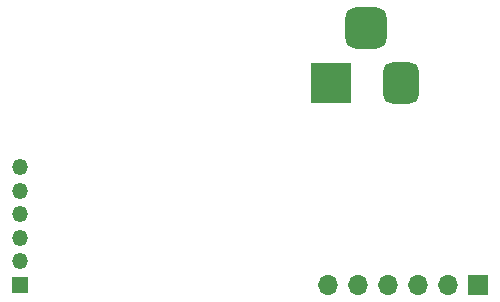
<source format=gbr>
%TF.GenerationSoftware,KiCad,Pcbnew,7.0.6*%
%TF.CreationDate,2024-04-30T22:03:54+02:00*%
%TF.ProjectId,MB-V2,4d422d56-322e-46b6-9963-61645f706362,rev?*%
%TF.SameCoordinates,Original*%
%TF.FileFunction,Soldermask,Bot*%
%TF.FilePolarity,Negative*%
%FSLAX46Y46*%
G04 Gerber Fmt 4.6, Leading zero omitted, Abs format (unit mm)*
G04 Created by KiCad (PCBNEW 7.0.6) date 2024-04-30 22:03:54*
%MOMM*%
%LPD*%
G01*
G04 APERTURE LIST*
G04 Aperture macros list*
%AMRoundRect*
0 Rectangle with rounded corners*
0 $1 Rounding radius*
0 $2 $3 $4 $5 $6 $7 $8 $9 X,Y pos of 4 corners*
0 Add a 4 corners polygon primitive as box body*
4,1,4,$2,$3,$4,$5,$6,$7,$8,$9,$2,$3,0*
0 Add four circle primitives for the rounded corners*
1,1,$1+$1,$2,$3*
1,1,$1+$1,$4,$5*
1,1,$1+$1,$6,$7*
1,1,$1+$1,$8,$9*
0 Add four rect primitives between the rounded corners*
20,1,$1+$1,$2,$3,$4,$5,0*
20,1,$1+$1,$4,$5,$6,$7,0*
20,1,$1+$1,$6,$7,$8,$9,0*
20,1,$1+$1,$8,$9,$2,$3,0*%
G04 Aperture macros list end*
%ADD10R,3.500000X3.500000*%
%ADD11RoundRect,0.750000X0.750000X1.000000X-0.750000X1.000000X-0.750000X-1.000000X0.750000X-1.000000X0*%
%ADD12RoundRect,0.875000X0.875000X0.875000X-0.875000X0.875000X-0.875000X-0.875000X0.875000X-0.875000X0*%
%ADD13R,1.700000X1.700000*%
%ADD14O,1.700000X1.700000*%
%ADD15R,1.350000X1.350000*%
%ADD16O,1.350000X1.350000*%
G04 APERTURE END LIST*
D10*
%TO.C,J3*%
X164710000Y-96307500D03*
D11*
X170710000Y-96307500D03*
D12*
X167710000Y-91607500D03*
%TD*%
D13*
%TO.C,J1*%
X177180000Y-113370000D03*
D14*
X174640000Y-113370000D03*
X172100000Y-113370000D03*
X169560000Y-113370000D03*
X167020000Y-113370000D03*
X164480000Y-113370000D03*
%TD*%
D15*
%TO.C,J4*%
X138400000Y-113400000D03*
D16*
X138400000Y-111400000D03*
X138400000Y-109400000D03*
X138400000Y-107400000D03*
X138400000Y-105400000D03*
X138400000Y-103400000D03*
%TD*%
M02*

</source>
